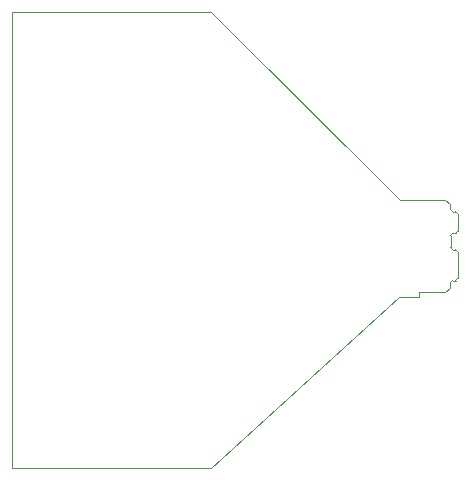
<source format=gm1>
G04 #@! TF.GenerationSoftware,KiCad,Pcbnew,7.0.2-0*
G04 #@! TF.CreationDate,2023-04-27T21:17:50-05:00*
G04 #@! TF.ProjectId,usb_programmer,7573625f-7072-46f6-9772-616d6d65722e,rev?*
G04 #@! TF.SameCoordinates,Original*
G04 #@! TF.FileFunction,Profile,NP*
%FSLAX46Y46*%
G04 Gerber Fmt 4.6, Leading zero omitted, Abs format (unit mm)*
G04 Created by KiCad (PCBNEW 7.0.2-0) date 2023-04-27 21:17:50*
%MOMM*%
%LPD*%
G01*
G04 APERTURE LIST*
G04 #@! TA.AperFunction,Profile*
%ADD10C,0.100000*%
G04 #@! TD*
G04 APERTURE END LIST*
D10*
X41035000Y-96160000D02*
X56967500Y-81695000D01*
X24150000Y-96175000D02*
X41035000Y-96160000D01*
X24150000Y-57575000D02*
X24150000Y-96175000D01*
X41035000Y-57550000D02*
X24150000Y-57575000D01*
X56980000Y-73495000D02*
X41035000Y-57550000D01*
X61270000Y-74270000D02*
G75*
G03*
X61470000Y-74470000I200000J0D01*
G01*
X61720000Y-80320000D02*
G75*
G03*
X61920000Y-80120000I-1J200001D01*
G01*
X61920000Y-77895000D02*
G75*
G03*
X61720000Y-77695000I-200001J-1D01*
G01*
X61520000Y-76295000D02*
G75*
G03*
X61320000Y-76495000I0J-200000D01*
G01*
X61720000Y-76295000D02*
G75*
G03*
X61920000Y-76095000I0J200000D01*
G01*
X61320000Y-77495000D02*
G75*
G03*
X61520000Y-77695000I200001J1D01*
G01*
X61920000Y-74670000D02*
G75*
G03*
X61720000Y-74470000I-200000J0D01*
G01*
X61470000Y-80320000D02*
G75*
G03*
X61270000Y-80520000I1J-200001D01*
G01*
X61320000Y-77495000D02*
X61320000Y-76495000D01*
X58670000Y-81695000D02*
X58670000Y-81295000D01*
X61270000Y-74270000D02*
X61270000Y-73820000D01*
X60820000Y-81295000D02*
X58670000Y-81295000D01*
X61270000Y-80520000D02*
X61270000Y-80925000D01*
X61920000Y-77895000D02*
X61920000Y-80120000D01*
X61270000Y-80925000D02*
X60820000Y-81295000D01*
X61520000Y-77695000D02*
X61720000Y-77695000D01*
X61270000Y-73820000D02*
X60820000Y-73495000D01*
X61920000Y-76095000D02*
X61920000Y-74670000D01*
X61720000Y-76295000D02*
X61520000Y-76295000D01*
X56967500Y-81695000D02*
X58670000Y-81695000D01*
X60820000Y-73495000D02*
X56980000Y-73495000D01*
X61720000Y-74470000D02*
X61470000Y-74470000D01*
X61720000Y-80320000D02*
X61470000Y-80320000D01*
M02*

</source>
